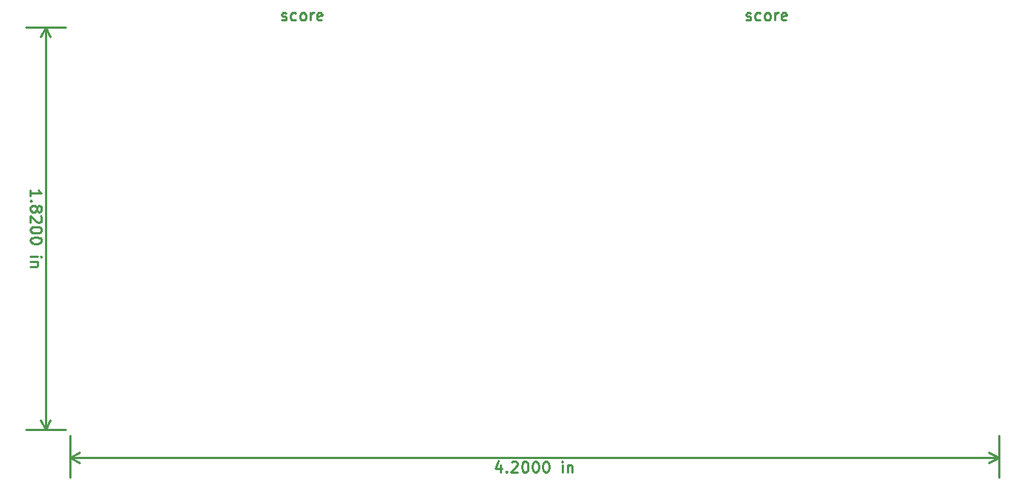
<source format=gbr>
%FSLAX34Y34*%
G04 Gerber Fmt 3.4, Leading zero omitted, Abs format*
G04 (created by PCBNEW (2014-03-19 BZR 4756)-product) date Mon 16 Jun 2014 02:55:52 PM CDT*
%MOIN*%
G01*
G70*
G90*
G04 APERTURE LIST*
%ADD10C,0.006000*%
%ADD11C,0.010000*%
G04 APERTURE END LIST*
G54D10*
G54D11*
X77583Y-36452D02*
X77630Y-36476D01*
X77726Y-36476D01*
X77773Y-36452D01*
X77797Y-36404D01*
X77797Y-36380D01*
X77773Y-36333D01*
X77726Y-36309D01*
X77654Y-36309D01*
X77607Y-36285D01*
X77583Y-36238D01*
X77583Y-36214D01*
X77607Y-36166D01*
X77654Y-36142D01*
X77726Y-36142D01*
X77773Y-36166D01*
X78226Y-36452D02*
X78178Y-36476D01*
X78083Y-36476D01*
X78035Y-36452D01*
X78011Y-36428D01*
X77988Y-36380D01*
X77988Y-36238D01*
X78011Y-36190D01*
X78035Y-36166D01*
X78083Y-36142D01*
X78178Y-36142D01*
X78226Y-36166D01*
X78511Y-36476D02*
X78464Y-36452D01*
X78440Y-36428D01*
X78416Y-36380D01*
X78416Y-36238D01*
X78440Y-36190D01*
X78464Y-36166D01*
X78511Y-36142D01*
X78583Y-36142D01*
X78630Y-36166D01*
X78654Y-36190D01*
X78678Y-36238D01*
X78678Y-36380D01*
X78654Y-36428D01*
X78630Y-36452D01*
X78583Y-36476D01*
X78511Y-36476D01*
X78892Y-36476D02*
X78892Y-36142D01*
X78892Y-36238D02*
X78916Y-36190D01*
X78940Y-36166D01*
X78988Y-36142D01*
X79035Y-36142D01*
X79392Y-36452D02*
X79345Y-36476D01*
X79250Y-36476D01*
X79202Y-36452D01*
X79178Y-36404D01*
X79178Y-36214D01*
X79202Y-36166D01*
X79250Y-36142D01*
X79345Y-36142D01*
X79392Y-36166D01*
X79416Y-36214D01*
X79416Y-36261D01*
X79178Y-36309D01*
X56583Y-36452D02*
X56630Y-36476D01*
X56726Y-36476D01*
X56773Y-36452D01*
X56797Y-36404D01*
X56797Y-36380D01*
X56773Y-36333D01*
X56726Y-36309D01*
X56654Y-36309D01*
X56607Y-36285D01*
X56583Y-36238D01*
X56583Y-36214D01*
X56607Y-36166D01*
X56654Y-36142D01*
X56726Y-36142D01*
X56773Y-36166D01*
X57226Y-36452D02*
X57178Y-36476D01*
X57083Y-36476D01*
X57035Y-36452D01*
X57011Y-36428D01*
X56988Y-36380D01*
X56988Y-36238D01*
X57011Y-36190D01*
X57035Y-36166D01*
X57083Y-36142D01*
X57178Y-36142D01*
X57226Y-36166D01*
X57511Y-36476D02*
X57464Y-36452D01*
X57440Y-36428D01*
X57416Y-36380D01*
X57416Y-36238D01*
X57440Y-36190D01*
X57464Y-36166D01*
X57511Y-36142D01*
X57583Y-36142D01*
X57630Y-36166D01*
X57654Y-36190D01*
X57678Y-36238D01*
X57678Y-36380D01*
X57654Y-36428D01*
X57630Y-36452D01*
X57583Y-36476D01*
X57511Y-36476D01*
X57892Y-36476D02*
X57892Y-36142D01*
X57892Y-36238D02*
X57916Y-36190D01*
X57940Y-36166D01*
X57988Y-36142D01*
X58035Y-36142D01*
X58392Y-36452D02*
X58345Y-36476D01*
X58250Y-36476D01*
X58202Y-36452D01*
X58178Y-36404D01*
X58178Y-36214D01*
X58202Y-36166D01*
X58250Y-36142D01*
X58345Y-36142D01*
X58392Y-36166D01*
X58416Y-36214D01*
X58416Y-36261D01*
X58178Y-36309D01*
X66488Y-56592D02*
X66488Y-56926D01*
X66369Y-56402D02*
X66250Y-56759D01*
X66559Y-56759D01*
X66750Y-56878D02*
X66773Y-56902D01*
X66750Y-56926D01*
X66726Y-56902D01*
X66750Y-56878D01*
X66750Y-56926D01*
X66964Y-56473D02*
X66988Y-56450D01*
X67035Y-56426D01*
X67154Y-56426D01*
X67202Y-56450D01*
X67226Y-56473D01*
X67250Y-56521D01*
X67250Y-56569D01*
X67226Y-56640D01*
X66940Y-56926D01*
X67250Y-56926D01*
X67559Y-56426D02*
X67607Y-56426D01*
X67654Y-56450D01*
X67678Y-56473D01*
X67702Y-56521D01*
X67726Y-56616D01*
X67726Y-56735D01*
X67702Y-56830D01*
X67678Y-56878D01*
X67654Y-56902D01*
X67607Y-56926D01*
X67559Y-56926D01*
X67511Y-56902D01*
X67488Y-56878D01*
X67464Y-56830D01*
X67440Y-56735D01*
X67440Y-56616D01*
X67464Y-56521D01*
X67488Y-56473D01*
X67511Y-56450D01*
X67559Y-56426D01*
X68035Y-56426D02*
X68083Y-56426D01*
X68130Y-56450D01*
X68154Y-56473D01*
X68178Y-56521D01*
X68202Y-56616D01*
X68202Y-56735D01*
X68178Y-56830D01*
X68154Y-56878D01*
X68130Y-56902D01*
X68083Y-56926D01*
X68035Y-56926D01*
X67988Y-56902D01*
X67964Y-56878D01*
X67940Y-56830D01*
X67916Y-56735D01*
X67916Y-56616D01*
X67940Y-56521D01*
X67964Y-56473D01*
X67988Y-56450D01*
X68035Y-56426D01*
X68511Y-56426D02*
X68559Y-56426D01*
X68607Y-56450D01*
X68630Y-56473D01*
X68654Y-56521D01*
X68678Y-56616D01*
X68678Y-56735D01*
X68654Y-56830D01*
X68630Y-56878D01*
X68607Y-56902D01*
X68559Y-56926D01*
X68511Y-56926D01*
X68464Y-56902D01*
X68440Y-56878D01*
X68416Y-56830D01*
X68392Y-56735D01*
X68392Y-56616D01*
X68416Y-56521D01*
X68440Y-56473D01*
X68464Y-56450D01*
X68511Y-56426D01*
X69273Y-56926D02*
X69273Y-56592D01*
X69273Y-56426D02*
X69250Y-56450D01*
X69273Y-56473D01*
X69297Y-56450D01*
X69273Y-56426D01*
X69273Y-56473D01*
X69511Y-56592D02*
X69511Y-56926D01*
X69511Y-56640D02*
X69535Y-56616D01*
X69583Y-56592D01*
X69654Y-56592D01*
X69702Y-56616D01*
X69726Y-56664D01*
X69726Y-56926D01*
X47000Y-56250D02*
X89000Y-56250D01*
X47000Y-55250D02*
X47000Y-57150D01*
X89000Y-55250D02*
X89000Y-57150D01*
X89000Y-56250D02*
X88556Y-56480D01*
X89000Y-56250D02*
X88556Y-56019D01*
X47000Y-56250D02*
X47443Y-56480D01*
X47000Y-56250D02*
X47443Y-56019D01*
X45223Y-44435D02*
X45223Y-44150D01*
X45223Y-44292D02*
X45723Y-44292D01*
X45652Y-44245D01*
X45604Y-44197D01*
X45580Y-44150D01*
X45271Y-44650D02*
X45247Y-44673D01*
X45223Y-44650D01*
X45247Y-44626D01*
X45271Y-44650D01*
X45223Y-44650D01*
X45509Y-44959D02*
X45533Y-44911D01*
X45557Y-44888D01*
X45604Y-44864D01*
X45628Y-44864D01*
X45676Y-44888D01*
X45700Y-44911D01*
X45723Y-44959D01*
X45723Y-45054D01*
X45700Y-45102D01*
X45676Y-45126D01*
X45628Y-45150D01*
X45604Y-45150D01*
X45557Y-45126D01*
X45533Y-45102D01*
X45509Y-45054D01*
X45509Y-44959D01*
X45485Y-44911D01*
X45461Y-44888D01*
X45414Y-44864D01*
X45319Y-44864D01*
X45271Y-44888D01*
X45247Y-44911D01*
X45223Y-44959D01*
X45223Y-45054D01*
X45247Y-45102D01*
X45271Y-45126D01*
X45319Y-45150D01*
X45414Y-45150D01*
X45461Y-45126D01*
X45485Y-45102D01*
X45509Y-45054D01*
X45676Y-45340D02*
X45700Y-45364D01*
X45723Y-45411D01*
X45723Y-45530D01*
X45700Y-45578D01*
X45676Y-45602D01*
X45628Y-45626D01*
X45580Y-45626D01*
X45509Y-45602D01*
X45223Y-45316D01*
X45223Y-45626D01*
X45723Y-45935D02*
X45723Y-45983D01*
X45700Y-46030D01*
X45676Y-46054D01*
X45628Y-46078D01*
X45533Y-46102D01*
X45414Y-46102D01*
X45319Y-46078D01*
X45271Y-46054D01*
X45247Y-46030D01*
X45223Y-45983D01*
X45223Y-45935D01*
X45247Y-45888D01*
X45271Y-45864D01*
X45319Y-45840D01*
X45414Y-45816D01*
X45533Y-45816D01*
X45628Y-45840D01*
X45676Y-45864D01*
X45700Y-45888D01*
X45723Y-45935D01*
X45723Y-46411D02*
X45723Y-46459D01*
X45700Y-46507D01*
X45676Y-46530D01*
X45628Y-46554D01*
X45533Y-46578D01*
X45414Y-46578D01*
X45319Y-46554D01*
X45271Y-46530D01*
X45247Y-46507D01*
X45223Y-46459D01*
X45223Y-46411D01*
X45247Y-46364D01*
X45271Y-46340D01*
X45319Y-46316D01*
X45414Y-46292D01*
X45533Y-46292D01*
X45628Y-46316D01*
X45676Y-46340D01*
X45700Y-46364D01*
X45723Y-46411D01*
X45223Y-47173D02*
X45557Y-47173D01*
X45723Y-47173D02*
X45700Y-47150D01*
X45676Y-47173D01*
X45700Y-47197D01*
X45723Y-47173D01*
X45676Y-47173D01*
X45557Y-47411D02*
X45223Y-47411D01*
X45509Y-47411D02*
X45533Y-47435D01*
X45557Y-47483D01*
X45557Y-47554D01*
X45533Y-47602D01*
X45485Y-47626D01*
X45223Y-47626D01*
X45900Y-36800D02*
X45900Y-55000D01*
X46800Y-36800D02*
X45000Y-36800D01*
X46800Y-55000D02*
X45000Y-55000D01*
X45900Y-55000D02*
X45669Y-54556D01*
X45900Y-55000D02*
X46130Y-54556D01*
X45900Y-36800D02*
X45669Y-37243D01*
X45900Y-36800D02*
X46130Y-37243D01*
M02*

</source>
